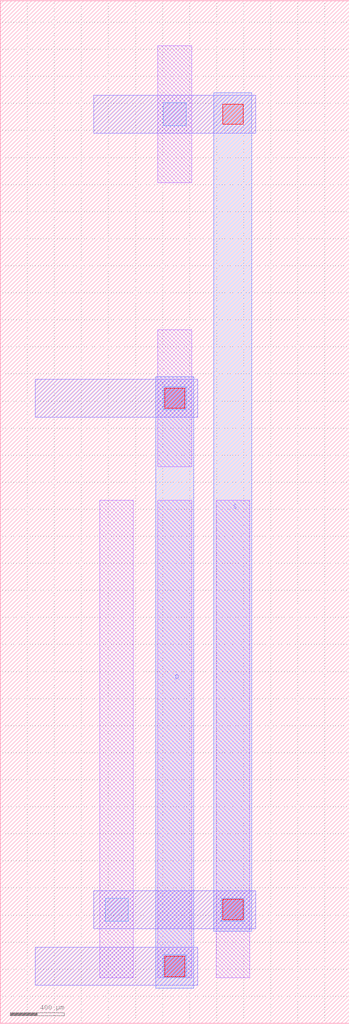
<source format=lef>
MACRO DCL_NMOS_S_8415993_X1_Y1
  UNITS 
    DATABASE MICRONS UNITS 1000;
  END UNITS 
  ORIGIN 0 0 ;
  FOREIGN DCL_NMOS_S_8415993_X1_Y1 0 0 ;
  SIZE 2580 BY 7560 ;
  PIN D
    DIRECTION INOUT ;
    USE SIGNAL ;
    PORT
      LAYER M3 ;
        RECT 1150 260 1430 4780 ;
    END
  END D
  PIN S
    DIRECTION INOUT ;
    USE SIGNAL ;
    PORT
      LAYER M3 ;
        RECT 1580 680 1860 6880 ;
    END
  END S
  OBS
    LAYER M1 ;
      RECT 1165 335 1415 3865 ;
    LAYER M1 ;
      RECT 1165 4115 1415 5125 ;
    LAYER M1 ;
      RECT 1165 6215 1415 7225 ;
    LAYER M1 ;
      RECT 735 335 985 3865 ;
    LAYER M1 ;
      RECT 1595 335 1845 3865 ;
    LAYER M2 ;
      RECT 260 280 1460 560 ;
    LAYER M2 ;
      RECT 260 4480 1460 4760 ;
    LAYER M2 ;
      RECT 690 700 1890 980 ;
    LAYER M2 ;
      RECT 690 6580 1890 6860 ;
    LAYER V1 ;
      RECT 1205 335 1375 505 ;
    LAYER V1 ;
      RECT 1205 4535 1375 4705 ;
    LAYER V1 ;
      RECT 1205 6635 1375 6805 ;
    LAYER V1 ;
      RECT 775 755 945 925 ;
    LAYER V1 ;
      RECT 1635 755 1805 925 ;
    LAYER V2 ;
      RECT 1215 345 1365 495 ;
    LAYER V2 ;
      RECT 1215 4545 1365 4695 ;
    LAYER V2 ;
      RECT 1645 765 1795 915 ;
    LAYER V2 ;
      RECT 1645 6645 1795 6795 ;
  END
END DCL_NMOS_S_8415993_X1_Y1

</source>
